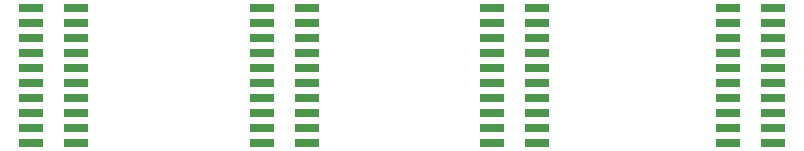
<source format=gbp>
G04*
G04 #@! TF.GenerationSoftware,Altium Limited,Altium Designer,20.1.8 (145)*
G04*
G04 Layer_Color=128*
%FSAX24Y24*%
%MOIN*%
G70*
G04*
G04 #@! TF.SameCoordinates,11B2BD8A-5282-4B5C-B75C-580E7C91704B*
G04*
G04*
G04 #@! TF.FilePolarity,Positive*
G04*
G01*
G75*
%ADD30R,0.0787X0.0291*%
D30*
X027300Y015720D02*
D03*
Y016220D02*
D03*
Y016720D02*
D03*
Y017220D02*
D03*
Y017720D02*
D03*
Y018220D02*
D03*
Y018720D02*
D03*
Y019220D02*
D03*
Y019720D02*
D03*
Y020220D02*
D03*
X025800Y015720D02*
D03*
Y016220D02*
D03*
Y016720D02*
D03*
Y017220D02*
D03*
Y017720D02*
D03*
Y018220D02*
D03*
Y018720D02*
D03*
Y019220D02*
D03*
Y019720D02*
D03*
Y020220D02*
D03*
X019640Y015720D02*
D03*
Y016220D02*
D03*
Y016720D02*
D03*
Y017220D02*
D03*
Y017720D02*
D03*
Y018220D02*
D03*
Y018720D02*
D03*
Y019220D02*
D03*
Y019720D02*
D03*
Y020220D02*
D03*
X018140Y015720D02*
D03*
Y016220D02*
D03*
Y016720D02*
D03*
Y017220D02*
D03*
Y017720D02*
D03*
Y018220D02*
D03*
Y018720D02*
D03*
Y019220D02*
D03*
Y019720D02*
D03*
Y020220D02*
D03*
X011939Y015720D02*
D03*
Y016220D02*
D03*
Y016720D02*
D03*
Y017220D02*
D03*
Y017720D02*
D03*
Y018220D02*
D03*
Y018720D02*
D03*
Y019220D02*
D03*
Y019720D02*
D03*
Y020220D02*
D03*
X010439Y015720D02*
D03*
Y016220D02*
D03*
Y016720D02*
D03*
Y017220D02*
D03*
Y017720D02*
D03*
Y018220D02*
D03*
Y018720D02*
D03*
Y019220D02*
D03*
Y019720D02*
D03*
Y020220D02*
D03*
X035180Y015720D02*
D03*
Y016220D02*
D03*
Y016720D02*
D03*
Y017220D02*
D03*
Y017720D02*
D03*
Y018220D02*
D03*
Y018720D02*
D03*
Y019220D02*
D03*
Y019720D02*
D03*
Y020220D02*
D03*
X033680Y015720D02*
D03*
Y016220D02*
D03*
Y016720D02*
D03*
Y017220D02*
D03*
Y017720D02*
D03*
Y018220D02*
D03*
Y018720D02*
D03*
Y019220D02*
D03*
Y019720D02*
D03*
Y020220D02*
D03*
M02*

</source>
